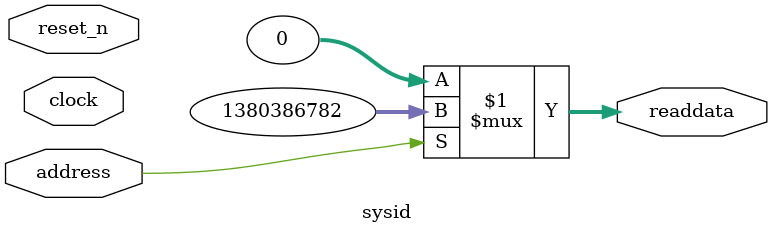
<source format=v>

`timescale 1ns / 1ps
// synthesis translate_on

// turn off superfluous verilog processor warnings 
// altera message_level Level1 
// altera message_off 10034 10035 10036 10037 10230 10240 10030 

module sysid (
               // inputs:
                address,
                clock,
                reset_n,

               // outputs:
                readdata
             )
;

  output  [ 31: 0] readdata;
  input            address;
  input            clock;
  input            reset_n;

  wire    [ 31: 0] readdata;
  //control_slave, which is an e_avalon_slave
  assign readdata = address ? 1380386782 : 0;

endmodule


</source>
